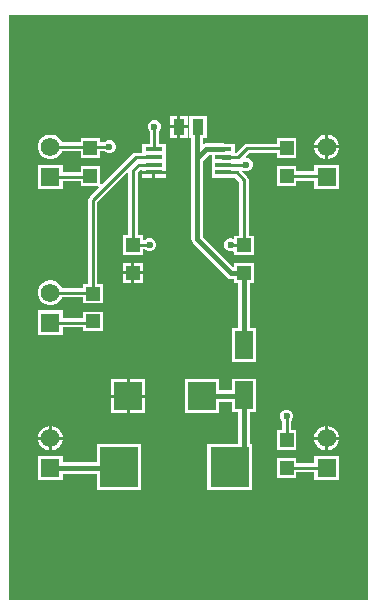
<source format=gtl>
G04*
G04 #@! TF.GenerationSoftware,Altium Limited,Altium Designer,24.9.1 (31)*
G04*
G04 Layer_Physical_Order=1*
G04 Layer_Color=255*
%FSLAX44Y44*%
%MOMM*%
G71*
G04*
G04 #@! TF.SameCoordinates,E9E1D246-21B5-4CF0-A3F4-6B989E9CA9DD*
G04*
G04*
G04 #@! TF.FilePolarity,Positive*
G04*
G01*
G75*
%ADD13R,1.1500X1.1500*%
%ADD14R,3.2500X3.4300*%
%ADD15R,1.5500X2.3500*%
%ADD16R,0.9600X1.3900*%
%ADD17R,1.4750X0.4500*%
%ADD18R,2.3700X2.4300*%
%ADD27C,0.2540*%
%ADD28C,0.4572*%
%ADD29C,1.5750*%
%ADD30R,1.5750X1.5750*%
%ADD31C,0.6000*%
%ADD32C,3.9000*%
G36*
X304000Y0D02*
X0D01*
Y496000D01*
X304000D01*
Y0D01*
D02*
G37*
%LPC*%
G36*
X151240Y410490D02*
X145170D01*
Y402270D01*
X151240D01*
Y410490D01*
D02*
G37*
G36*
X142630D02*
X136560D01*
Y402270D01*
X142630D01*
Y410490D01*
D02*
G37*
G36*
X151240Y399730D02*
X145170D01*
Y391510D01*
X151240D01*
Y399730D01*
D02*
G37*
G36*
X142630D02*
X136560D01*
Y391510D01*
X142630D01*
Y399730D01*
D02*
G37*
G36*
X270371Y394415D02*
X270270D01*
Y385270D01*
X279415D01*
Y385371D01*
X278705Y388020D01*
X277334Y390395D01*
X275395Y392334D01*
X273020Y393705D01*
X270371Y394415D01*
D02*
G37*
G36*
X267730D02*
X267629D01*
X264980Y393705D01*
X262605Y392334D01*
X260666Y390395D01*
X259295Y388020D01*
X258585Y385371D01*
Y385270D01*
X267730D01*
Y394415D01*
D02*
G37*
G36*
X36371D02*
X33629D01*
X30980Y393705D01*
X28605Y392334D01*
X26666Y390395D01*
X25295Y388020D01*
X24585Y385371D01*
Y382629D01*
X25295Y379980D01*
X26666Y377605D01*
X28605Y375666D01*
X30980Y374295D01*
X33629Y373585D01*
X36371D01*
X39020Y374295D01*
X41395Y375666D01*
X43334Y377605D01*
X44705Y379980D01*
X44742Y380115D01*
X60710D01*
Y374460D01*
X77290D01*
Y380115D01*
X81050D01*
X81862Y379303D01*
X83898Y378460D01*
X86102D01*
X88138Y379303D01*
X89697Y380862D01*
X90540Y382898D01*
Y385102D01*
X89697Y387138D01*
X88138Y388697D01*
X86102Y389540D01*
X83898D01*
X81862Y388697D01*
X81050Y387885D01*
X77290D01*
Y391040D01*
X60710D01*
Y387885D01*
X44742D01*
X44705Y388020D01*
X43334Y390395D01*
X41395Y392334D01*
X39020Y393705D01*
X36371Y394415D01*
D02*
G37*
G36*
X167440Y410490D02*
X152760D01*
Y391510D01*
X154179D01*
Y374100D01*
Y305900D01*
X154554Y304017D01*
X155621Y302421D01*
X184521Y273521D01*
X186117Y272454D01*
X188000Y272079D01*
X190710D01*
Y268710D01*
X194079D01*
Y230790D01*
X188710D01*
Y202210D01*
X209290D01*
Y230790D01*
X203920D01*
Y268710D01*
X207290D01*
Y285290D01*
X190710D01*
Y283045D01*
X189440Y282519D01*
X164021Y307938D01*
Y372062D01*
X169038Y377080D01*
X171465D01*
Y370460D01*
Y363960D01*
Y357460D01*
X191295D01*
X191295Y357460D01*
Y357460D01*
X192434Y357072D01*
X195115Y354391D01*
Y308790D01*
X190710D01*
Y307017D01*
X189654Y306311D01*
X189102Y306540D01*
X186898D01*
X184862Y305697D01*
X183303Y304138D01*
X182460Y302102D01*
Y299898D01*
X183303Y297862D01*
X184862Y296303D01*
X186898Y295460D01*
X189102D01*
X189654Y295689D01*
X190710Y294983D01*
Y292210D01*
X207290D01*
Y308790D01*
X202885D01*
Y356000D01*
X202589Y357487D01*
X201747Y358747D01*
X197176Y363317D01*
X197862Y364303D01*
X199898Y363460D01*
X202102D01*
X204138Y364303D01*
X205697Y365862D01*
X206540Y367898D01*
Y370102D01*
X205697Y372138D01*
X204138Y373697D01*
X202102Y374540D01*
X200830D01*
X200304Y375810D01*
X203359Y378865D01*
X226710D01*
Y374460D01*
X243290D01*
Y391040D01*
X226710D01*
Y386635D01*
X201750D01*
X200263Y386339D01*
X199003Y385497D01*
X192641Y379135D01*
X191295D01*
Y386540D01*
X183022D01*
X183013Y386546D01*
X181130Y386921D01*
X167000D01*
X165291Y386581D01*
X164525Y386862D01*
X164021Y387132D01*
Y391510D01*
X167440D01*
Y410490D01*
D02*
G37*
G36*
X279415Y382730D02*
X270270D01*
Y373585D01*
X270371D01*
X273020Y374295D01*
X275395Y375666D01*
X277334Y377605D01*
X278705Y379980D01*
X279415Y382629D01*
Y382730D01*
D02*
G37*
G36*
X267730D02*
X258585D01*
Y382629D01*
X259295Y379980D01*
X260666Y377605D01*
X262605Y375666D01*
X264980Y374295D01*
X267629Y373585D01*
X267730D01*
Y382730D01*
D02*
G37*
G36*
X279415Y369015D02*
X258585D01*
Y363135D01*
X243290D01*
Y367540D01*
X226710D01*
Y350960D01*
X243290D01*
Y355365D01*
X258585D01*
Y348185D01*
X279415D01*
Y369015D01*
D02*
G37*
G36*
X132535Y360980D02*
X123890D01*
Y357460D01*
X132535D01*
Y360980D01*
D02*
G37*
G36*
X121350D02*
X112705D01*
Y357460D01*
X121350D01*
Y360980D01*
D02*
G37*
G36*
X124102Y406540D02*
X121898D01*
X119862Y405697D01*
X118303Y404138D01*
X117460Y402102D01*
Y399898D01*
X118303Y397862D01*
X119115Y397050D01*
Y386540D01*
X112705D01*
Y379135D01*
X107250D01*
X105763Y378839D01*
X104503Y377997D01*
X78560Y352054D01*
X77290Y352580D01*
Y367540D01*
X60710D01*
Y362485D01*
X45415D01*
Y369015D01*
X24585D01*
Y348185D01*
X45415D01*
Y354715D01*
X60710D01*
Y350960D01*
X75670D01*
X76196Y349690D01*
X68253Y341747D01*
X67411Y340487D01*
X67115Y339000D01*
Y268040D01*
X62710D01*
Y264285D01*
X44742D01*
X44705Y264420D01*
X43334Y266795D01*
X41395Y268734D01*
X39020Y270105D01*
X36371Y270815D01*
X33629D01*
X30980Y270105D01*
X28605Y268734D01*
X26666Y266795D01*
X25295Y264420D01*
X24585Y261771D01*
Y259029D01*
X25295Y256380D01*
X26666Y254005D01*
X28605Y252066D01*
X30980Y250695D01*
X33629Y249985D01*
X36371D01*
X39020Y250695D01*
X41395Y252066D01*
X43334Y254005D01*
X44705Y256380D01*
X44742Y256515D01*
X62710D01*
Y251460D01*
X79290D01*
Y268040D01*
X74885D01*
Y337391D01*
X99942Y362448D01*
X101115Y361962D01*
Y309040D01*
X96710D01*
Y292460D01*
X113290D01*
Y297115D01*
X115050D01*
X115862Y296303D01*
X117898Y295460D01*
X120102D01*
X122138Y296303D01*
X123697Y297862D01*
X124540Y299898D01*
Y302102D01*
X123697Y304138D01*
X122138Y305697D01*
X120102Y306540D01*
X117898D01*
X115862Y305697D01*
X115050Y304885D01*
X113290D01*
Y309040D01*
X108885D01*
Y362391D01*
X111359Y364865D01*
X112705D01*
Y363520D01*
X132535D01*
Y363960D01*
Y370460D01*
Y376960D01*
Y386540D01*
X126885D01*
Y397050D01*
X127697Y397862D01*
X128540Y399898D01*
Y402102D01*
X127697Y404138D01*
X126138Y405697D01*
X124102Y406540D01*
D02*
G37*
G36*
X113290Y285540D02*
X106270D01*
Y278520D01*
X113290D01*
Y285540D01*
D02*
G37*
G36*
X103730D02*
X96710D01*
Y278520D01*
X103730D01*
Y285540D01*
D02*
G37*
G36*
X113290Y275980D02*
X106270D01*
Y268960D01*
X113290D01*
Y275980D01*
D02*
G37*
G36*
X103730D02*
X96710D01*
Y268960D01*
X103730D01*
Y275980D01*
D02*
G37*
G36*
X45415Y245415D02*
X24585D01*
Y224585D01*
X45415D01*
Y231115D01*
X62710D01*
Y227960D01*
X79290D01*
Y244540D01*
X62710D01*
Y238885D01*
X45415D01*
Y245415D01*
D02*
G37*
G36*
X209290Y187790D02*
X188710D01*
Y177920D01*
X177590D01*
Y187690D01*
X148810D01*
Y158310D01*
X177590D01*
Y168079D01*
X188710D01*
Y159210D01*
X193829D01*
Y132690D01*
X167960D01*
Y93310D01*
X205540D01*
Y132690D01*
X203671D01*
Y159210D01*
X209290D01*
Y187790D01*
D02*
G37*
G36*
X115190Y187690D02*
X102070D01*
Y174270D01*
X115190D01*
Y187690D01*
D02*
G37*
G36*
X99530D02*
X86410D01*
Y174270D01*
X99530D01*
Y187690D01*
D02*
G37*
G36*
X115190Y171730D02*
X102070D01*
Y158310D01*
X115190D01*
Y171730D01*
D02*
G37*
G36*
X99530D02*
X86410D01*
Y158310D01*
X99530D01*
Y171730D01*
D02*
G37*
G36*
X36371Y147815D02*
X36270D01*
Y138670D01*
X45415D01*
Y138771D01*
X44705Y141420D01*
X43334Y143795D01*
X41395Y145734D01*
X39020Y147105D01*
X36371Y147815D01*
D02*
G37*
G36*
X33730D02*
X33629D01*
X30980Y147105D01*
X28605Y145734D01*
X26666Y143795D01*
X25295Y141420D01*
X24585Y138771D01*
Y138670D01*
X33730D01*
Y147815D01*
D02*
G37*
G36*
X270371D02*
X270270D01*
Y138670D01*
X279415D01*
Y138771D01*
X278705Y141420D01*
X277334Y143795D01*
X275395Y145734D01*
X273020Y147105D01*
X270371Y147815D01*
D02*
G37*
G36*
X267730D02*
X267629D01*
X264980Y147105D01*
X262605Y145734D01*
X260666Y143795D01*
X259295Y141420D01*
X258585Y138771D01*
Y138670D01*
X267730D01*
Y147815D01*
D02*
G37*
G36*
X236102Y161540D02*
X233898D01*
X231862Y160697D01*
X230303Y159138D01*
X229460Y157102D01*
Y154898D01*
X230303Y152862D01*
X231115Y152050D01*
Y144040D01*
X226710D01*
Y127460D01*
X243290D01*
Y144040D01*
X238885D01*
Y152050D01*
X239697Y152862D01*
X240540Y154898D01*
Y157102D01*
X239697Y159138D01*
X238138Y160697D01*
X236102Y161540D01*
D02*
G37*
G36*
X279415Y136130D02*
X270270D01*
Y126985D01*
X270371D01*
X273020Y127695D01*
X275395Y129066D01*
X277334Y131005D01*
X278705Y133380D01*
X279415Y136029D01*
Y136130D01*
D02*
G37*
G36*
X267730D02*
X258585D01*
Y136029D01*
X259295Y133380D01*
X260666Y131005D01*
X262605Y129066D01*
X264980Y127695D01*
X267629Y126985D01*
X267730D01*
Y136130D01*
D02*
G37*
G36*
X45415Y136130D02*
X36270D01*
Y126985D01*
X36371D01*
X39020Y127695D01*
X41395Y129066D01*
X43334Y131005D01*
X44705Y133380D01*
X45415Y136029D01*
Y136130D01*
D02*
G37*
G36*
X33730D02*
X24585D01*
Y136029D01*
X25295Y133380D01*
X26666Y131005D01*
X28605Y129066D01*
X30980Y127695D01*
X33629Y126985D01*
X33730D01*
Y136130D01*
D02*
G37*
G36*
X112040Y132690D02*
X74460D01*
Y116920D01*
X45415D01*
Y122415D01*
X24585D01*
Y101585D01*
X45415D01*
Y107079D01*
X74460D01*
Y93310D01*
X112040D01*
Y132690D01*
D02*
G37*
G36*
X279415Y122415D02*
X258585D01*
Y116135D01*
X243290D01*
Y120540D01*
X226710D01*
Y103960D01*
X243290D01*
Y108365D01*
X258585D01*
Y101585D01*
X279415D01*
Y122415D01*
D02*
G37*
%LPD*%
D13*
X69000Y359250D02*
D03*
Y382750D02*
D03*
X235000Y112250D02*
D03*
Y135750D02*
D03*
X71000Y259750D02*
D03*
Y236250D02*
D03*
X199000Y300500D02*
D03*
Y277000D02*
D03*
X235000Y359250D02*
D03*
Y382750D02*
D03*
X105000Y277250D02*
D03*
Y300750D02*
D03*
D14*
X186750Y113000D02*
D03*
X93250D02*
D03*
D15*
X199000Y173500D02*
D03*
Y216500D02*
D03*
D16*
X143900Y401000D02*
D03*
X160100D02*
D03*
D17*
X181380Y381750D02*
D03*
Y375250D02*
D03*
Y368750D02*
D03*
Y362250D02*
D03*
X122620D02*
D03*
Y368750D02*
D03*
Y375250D02*
D03*
Y381750D02*
D03*
D18*
X163200Y173000D02*
D03*
X100800D02*
D03*
D27*
X235000Y135750D02*
Y156000D01*
X268750Y112250D02*
X269000Y112000D01*
X235000Y112250D02*
X268750D01*
X268350Y359250D02*
X269000Y358600D01*
X235000Y359250D02*
X268350D01*
X122620Y381750D02*
X123000Y382130D01*
Y401000D01*
X201750Y382750D02*
X235000D01*
X186433Y375250D02*
X194250D01*
X201750Y382750D01*
X35000Y384000D02*
X69750D01*
X71000Y382750D01*
X200875Y368875D02*
X201000Y369000D01*
X181380Y368750D02*
X181505Y368875D01*
X200875D01*
X181380Y362250D02*
X192750D01*
X199000Y300500D02*
Y356000D01*
X192750Y362250D02*
X199000Y356000D01*
X71000Y382750D02*
X72250Y384000D01*
X85000D01*
X70350Y358600D02*
X71000Y359250D01*
X35000Y358600D02*
X70350D01*
X107250Y375250D02*
X122620D01*
X71000Y259750D02*
Y339000D01*
X107250Y375250D01*
X35000Y260400D02*
X70350D01*
X71000Y259750D01*
X69750Y235000D02*
X71000Y236250D01*
X35000Y235000D02*
X69750D01*
X105000Y300750D02*
Y364000D01*
X109750Y368750D02*
X122620D01*
X105000Y364000D02*
X109750Y368750D01*
X181130Y382000D02*
X181380Y381750D01*
X188000Y301000D02*
X198500D01*
X199000Y300500D01*
X105250Y301000D02*
X119000D01*
X105000Y300750D02*
X105250Y301000D01*
X96850Y109600D02*
X97250Y110000D01*
D28*
X181380Y375250D02*
X186433D01*
X188000Y277000D02*
X199000D01*
X159100Y305900D02*
Y374100D01*
Y305900D02*
X188000Y277000D01*
X159100Y374100D02*
Y405000D01*
X92250Y112000D02*
X93250Y113000D01*
X35000Y112000D02*
X92250D01*
X198750D02*
Y171800D01*
X198500Y173000D02*
X199000Y173500D01*
X163200Y173000D02*
X198500D01*
X199000Y214894D02*
Y216500D01*
Y277000D01*
X159100Y374100D02*
X167000Y382000D01*
X181130D01*
D29*
X269000Y384000D02*
D03*
Y137400D02*
D03*
X35000Y384000D02*
D03*
Y260400D02*
D03*
Y137400D02*
D03*
D30*
X269000Y358600D02*
D03*
Y112000D02*
D03*
X35000Y358600D02*
D03*
Y235000D02*
D03*
Y112000D02*
D03*
D31*
X235000Y156000D02*
D03*
X123000Y401000D02*
D03*
X69000Y25000D02*
D03*
X93000D02*
D03*
X117000D02*
D03*
X141000D02*
D03*
X165000D02*
D03*
X189000D02*
D03*
X213000D02*
D03*
X237000D02*
D03*
X279000Y68000D02*
D03*
Y191000D02*
D03*
Y215000D02*
D03*
Y239000D02*
D03*
Y260000D02*
D03*
Y284000D02*
D03*
Y308000D02*
D03*
Y429000D02*
D03*
X237000Y471000D02*
D03*
X213000D02*
D03*
X189000D02*
D03*
X165000D02*
D03*
X141000D02*
D03*
X117000D02*
D03*
X93000D02*
D03*
X69000D02*
D03*
X85000Y384000D02*
D03*
X201000Y369000D02*
D03*
X188000Y301000D02*
D03*
X119000D02*
D03*
D32*
X25000Y471000D02*
D03*
X279000D02*
D03*
Y25000D02*
D03*
X25000D02*
D03*
M02*

</source>
